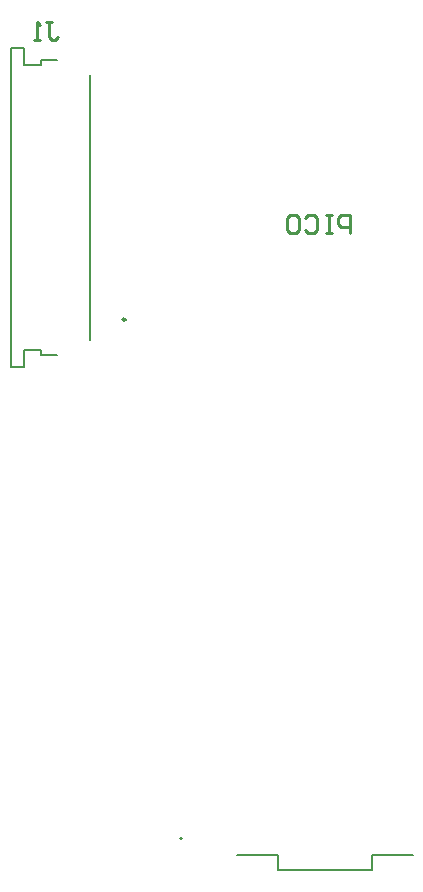
<source format=gbo>
G04*
G04 #@! TF.GenerationSoftware,Altium Limited,Altium Designer,25.2.1 (25)*
G04*
G04 Layer_Color=32896*
%FSLAX45Y45*%
%MOMM*%
G71*
G04*
G04 #@! TF.SameCoordinates,CBFBDC55-191E-4970-A60F-4FA5A60A4AEF*
G04*
G04*
G04 #@! TF.FilePolarity,Positive*
G04*
G01*
G75*
%ADD10C,0.25000*%
%ADD11C,0.20000*%
%ADD12C,0.25400*%
%ADD37C,0.12700*%
D10*
X1012500Y4530000D02*
G03*
X1012500Y4530000I-12500J0D01*
G01*
D11*
X1491000Y137000D02*
G03*
X1491000Y137000I-10000J0D01*
G01*
X45003Y4130000D02*
Y6830004D01*
X715000Y4360000D02*
Y6600000D01*
X45003Y6830004D02*
X155003D01*
Y6685004D02*
Y6830004D01*
Y6685004D02*
X295003D01*
Y6730004D01*
X435003D01*
X45003Y4130000D02*
X155003D01*
Y4275000D01*
X295003D01*
Y4230000D02*
Y4275000D01*
Y4230000D02*
X435003D01*
D12*
X2916614Y5263825D02*
Y5416175D01*
X2840438D01*
X2815046Y5390783D01*
Y5340000D01*
X2840438Y5314608D01*
X2916614D01*
X2764263Y5416175D02*
X2713479D01*
X2738871D01*
Y5263825D01*
X2764263D01*
X2713479D01*
X2535737Y5390783D02*
X2561129Y5416175D01*
X2611912D01*
X2637304Y5390783D01*
Y5289216D01*
X2611912Y5263825D01*
X2561129D01*
X2535737Y5289216D01*
X2408778Y5416175D02*
X2459562D01*
X2484953Y5390783D01*
Y5289216D01*
X2459562Y5263825D01*
X2408778D01*
X2383386Y5289216D01*
Y5390783D01*
X2408778Y5416175D01*
X340000Y7046175D02*
X390784D01*
X365392D01*
Y6919217D01*
X390784Y6893825D01*
X416175D01*
X441567Y6919217D01*
X289216Y6893825D02*
X238433D01*
X263824D01*
Y7046175D01*
X289216Y7020784D01*
D37*
X3100000Y0D02*
X3445000D01*
X3100000Y-130000D02*
Y0D01*
X2300000Y-130000D02*
X3100000D01*
X2300000D02*
Y0D01*
X1955000D02*
X2300000D01*
M02*

</source>
